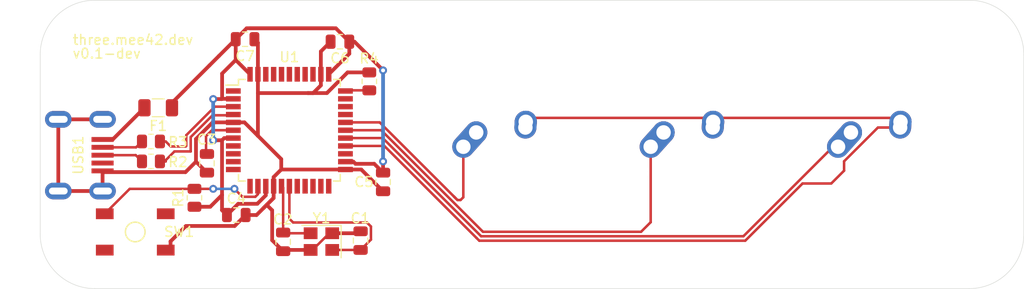
<source format=kicad_pcb>
(kicad_pcb (version 20171130) (host pcbnew "(5.1.9)-1")

  (general
    (thickness 1.6)
    (drawings 10)
    (tracks 187)
    (zones 0)
    (modules 19)
    (nets 40)
  )

  (page A4)
  (layers
    (0 F.Cu signal)
    (31 B.Cu signal)
    (32 B.Adhes user)
    (33 F.Adhes user)
    (34 B.Paste user)
    (35 F.Paste user)
    (36 B.SilkS user)
    (37 F.SilkS user)
    (38 B.Mask user)
    (39 F.Mask user)
    (40 Dwgs.User user)
    (41 Cmts.User user)
    (42 Eco1.User user)
    (43 Eco2.User user)
    (44 Edge.Cuts user)
    (45 Margin user)
    (46 B.CrtYd user)
    (47 F.CrtYd user)
    (48 B.Fab user)
    (49 F.Fab user)
  )

  (setup
    (last_trace_width 0.254)
    (trace_clearance 0.2)
    (zone_clearance 0.508)
    (zone_45_only no)
    (trace_min 0.2)
    (via_size 0.8)
    (via_drill 0.4)
    (via_min_size 0.4)
    (via_min_drill 0.3)
    (uvia_size 0.3)
    (uvia_drill 0.1)
    (uvias_allowed no)
    (uvia_min_size 0.2)
    (uvia_min_drill 0.1)
    (edge_width 0.05)
    (segment_width 0.2)
    (pcb_text_width 0.3)
    (pcb_text_size 1.5 1.5)
    (mod_edge_width 0.12)
    (mod_text_size 1 1)
    (mod_text_width 0.15)
    (pad_size 1.524 1.524)
    (pad_drill 0.762)
    (pad_to_mask_clearance 0)
    (aux_axis_origin 0 0)
    (visible_elements FFFFFF7F)
    (pcbplotparams
      (layerselection 0x010fc_ffffffff)
      (usegerberextensions false)
      (usegerberattributes true)
      (usegerberadvancedattributes true)
      (creategerberjobfile true)
      (excludeedgelayer true)
      (linewidth 0.100000)
      (plotframeref false)
      (viasonmask false)
      (mode 1)
      (useauxorigin false)
      (hpglpennumber 1)
      (hpglpenspeed 20)
      (hpglpendiameter 15.000000)
      (psnegative false)
      (psa4output false)
      (plotreference true)
      (plotvalue true)
      (plotinvisibletext false)
      (padsonsilk false)
      (subtractmaskfromsilk false)
      (outputformat 1)
      (mirror false)
      (drillshape 1)
      (scaleselection 1)
      (outputdirectory ""))
  )

  (net 0 "")
  (net 1 "Net-(C1-Pad2)")
  (net 2 GND)
  (net 3 "Net-(C2-Pad1)")
  (net 4 "Net-(C3-Pad1)")
  (net 5 +5V)
  (net 6 ROW0)
  (net 7 VCC)
  (net 8 COL0)
  (net 9 COL1)
  (net 10 COL2)
  (net 11 "Net-(R1-Pad2)")
  (net 12 D+)
  (net 13 "Net-(R2-Pad1)")
  (net 14 D-)
  (net 15 "Net-(R3-Pad1)")
  (net 16 "Net-(R4-Pad2)")
  (net 17 "Net-(U1-Pad42)")
  (net 18 "Net-(U1-Pad41)")
  (net 19 "Net-(U1-Pad40)")
  (net 20 "Net-(U1-Pad39)")
  (net 21 "Net-(U1-Pad38)")
  (net 22 "Net-(U1-Pad37)")
  (net 23 "Net-(U1-Pad36)")
  (net 24 "Net-(U1-Pad32)")
  (net 25 "Net-(U1-Pad31)")
  (net 26 "Net-(U1-Pad30)")
  (net 27 "Net-(U1-Pad25)")
  (net 28 "Net-(U1-Pad22)")
  (net 29 "Net-(U1-Pad21)")
  (net 30 "Net-(U1-Pad20)")
  (net 31 "Net-(U1-Pad19)")
  (net 32 "Net-(U1-Pad18)")
  (net 33 "Net-(U1-Pad12)")
  (net 34 "Net-(U1-Pad11)")
  (net 35 "Net-(U1-Pad10)")
  (net 36 "Net-(U1-Pad9)")
  (net 37 "Net-(U1-Pad8)")
  (net 38 "Net-(U1-Pad1)")
  (net 39 "Net-(USB1-Pad2)")

  (net_class Default "This is the default net class."
    (clearance 0.2)
    (trace_width 0.254)
    (via_dia 0.8)
    (via_drill 0.4)
    (uvia_dia 0.3)
    (uvia_drill 0.1)
    (add_net COL0)
    (add_net COL1)
    (add_net COL2)
    (add_net D+)
    (add_net D-)
    (add_net "Net-(C1-Pad2)")
    (add_net "Net-(C2-Pad1)")
    (add_net "Net-(C3-Pad1)")
    (add_net "Net-(R1-Pad2)")
    (add_net "Net-(R2-Pad1)")
    (add_net "Net-(R3-Pad1)")
    (add_net "Net-(R4-Pad2)")
    (add_net "Net-(U1-Pad1)")
    (add_net "Net-(U1-Pad10)")
    (add_net "Net-(U1-Pad11)")
    (add_net "Net-(U1-Pad12)")
    (add_net "Net-(U1-Pad18)")
    (add_net "Net-(U1-Pad19)")
    (add_net "Net-(U1-Pad20)")
    (add_net "Net-(U1-Pad21)")
    (add_net "Net-(U1-Pad22)")
    (add_net "Net-(U1-Pad25)")
    (add_net "Net-(U1-Pad30)")
    (add_net "Net-(U1-Pad31)")
    (add_net "Net-(U1-Pad32)")
    (add_net "Net-(U1-Pad36)")
    (add_net "Net-(U1-Pad37)")
    (add_net "Net-(U1-Pad38)")
    (add_net "Net-(U1-Pad39)")
    (add_net "Net-(U1-Pad40)")
    (add_net "Net-(U1-Pad41)")
    (add_net "Net-(U1-Pad42)")
    (add_net "Net-(U1-Pad8)")
    (add_net "Net-(U1-Pad9)")
    (add_net "Net-(USB1-Pad2)")
    (add_net ROW0)
  )

  (net_class Power ""
    (clearance 0.2)
    (trace_width 0.381)
    (via_dia 0.8)
    (via_drill 0.4)
    (uvia_dia 0.3)
    (uvia_drill 0.1)
    (add_net +5V)
    (add_net GND)
    (add_net VCC)
  )

  (module random-keyboard-parts:SKQG-1155865 (layer F.Cu) (tedit 6115F775) (tstamp 61166B4B)
    (at 24.74475 37.0925)
    (path /60FCF74A)
    (attr smd)
    (fp_text reference SW1 (at 4.46525 -0.0085) (layer F.SilkS)
      (effects (font (size 1 1) (thickness 0.15)))
    )
    (fp_text value SW_Push (at 0 -4.064) (layer F.Fab)
      (effects (font (size 1 1) (thickness 0.15)))
    )
    (fp_line (start -2.6 1.1) (end -1.1 2.6) (layer F.Fab) (width 0.15))
    (fp_line (start 2.6 1.1) (end 1.1 2.6) (layer F.Fab) (width 0.15))
    (fp_line (start 2.6 -1.1) (end 1.1 -2.6) (layer F.Fab) (width 0.15))
    (fp_line (start -2.6 -1.1) (end -1.1 -2.6) (layer F.Fab) (width 0.15))
    (fp_circle (center 0 0) (end 1 0) (layer F.Fab) (width 0.15))
    (fp_line (start -4.2 -1.1) (end -4.2 -2.6) (layer F.Fab) (width 0.15))
    (fp_line (start -2.6 -1.1) (end -4.2 -1.1) (layer F.Fab) (width 0.15))
    (fp_line (start -2.6 1.1) (end -2.6 -1.1) (layer F.Fab) (width 0.15))
    (fp_line (start -4.2 1.1) (end -2.6 1.1) (layer F.Fab) (width 0.15))
    (fp_line (start -4.2 2.6) (end -4.2 1.1) (layer F.Fab) (width 0.15))
    (fp_line (start 4.2 2.6) (end -4.2 2.6) (layer F.Fab) (width 0.15))
    (fp_line (start 4.2 1.1) (end 4.2 2.6) (layer F.Fab) (width 0.15))
    (fp_line (start 2.6 1.1) (end 4.2 1.1) (layer F.Fab) (width 0.15))
    (fp_line (start 2.6 -1.1) (end 2.6 1.1) (layer F.Fab) (width 0.15))
    (fp_line (start 4.2 -1.1) (end 2.6 -1.1) (layer F.Fab) (width 0.15))
    (fp_line (start 4.2 -2.6) (end 4.2 -1.2) (layer F.Fab) (width 0.15))
    (fp_line (start -4.2 -2.6) (end 4.2 -2.6) (layer F.Fab) (width 0.15))
    (fp_circle (center 0 0) (end 1 0) (layer F.SilkS) (width 0.15))
    (pad 4 smd rect (at -3.1 1.85) (size 1.8 1.1) (layers F.Cu F.Paste F.Mask))
    (pad 3 smd rect (at 3.1 -1.85) (size 1.8 1.1) (layers F.Cu F.Paste F.Mask))
    (pad 2 smd rect (at -3.1 -1.85) (size 1.8 1.1) (layers F.Cu F.Paste F.Mask)
      (net 11 "Net-(R1-Pad2)"))
    (pad 1 smd rect (at 3.1 1.85) (size 1.8 1.1) (layers F.Cu F.Paste F.Mask)
      (net 2 GND))
    (model ${KISYS3DMOD}/Button_Switch_SMD.3dshapes/SW_SPST_TL3342.step
      (at (xyz 0 0 0))
      (scale (xyz 1 1 1))
      (rotate (xyz 0 0 0))
    )
  )

  (module random-keyboard-parts:Molex-0548190589 (layer F.Cu) (tedit 6115F709) (tstamp 611596AA)
    (at 16.92275 29.2735)
    (path /60FDC1FF)
    (attr smd)
    (fp_text reference USB1 (at 2.032 0 90) (layer F.SilkS)
      (effects (font (size 1 1) (thickness 0.15)))
    )
    (fp_text value Molex-0548190589 (at -5.08 0 90) (layer Dwgs.User)
      (effects (font (size 1 1) (thickness 0.15)))
    )
    (fp_text user %R (at 2 0 90) (layer F.CrtYd)
      (effects (font (size 1 1) (thickness 0.15)))
    )
    (fp_line (start -3.75 -3.85) (end -3.75 3.85) (layer Dwgs.User) (width 0.15))
    (fp_line (start -1.75 -4.572) (end -1.75 4.572) (layer Dwgs.User) (width 0.15))
    (fp_line (start -3.75 3.85) (end 0 3.85) (layer Dwgs.User) (width 0.15))
    (fp_line (start -3.75 -3.85) (end 0 -3.85) (layer Dwgs.User) (width 0.15))
    (fp_line (start -3.75 -3.75) (end 5.5 -3.75) (layer F.CrtYd) (width 0.15))
    (fp_line (start 5.5 -3.75) (end 5.5 3.75) (layer F.CrtYd) (width 0.15))
    (fp_line (start 5.5 3.75) (end -3.75 3.75) (layer F.CrtYd) (width 0.15))
    (fp_line (start -3.75 3.75) (end -3.75 -3.75) (layer F.CrtYd) (width 0.15))
    (fp_line (start 5.5 -2) (end 3.25 -2) (layer F.CrtYd) (width 0.15))
    (fp_line (start 3.25 -2) (end 3.25 2) (layer F.CrtYd) (width 0.15))
    (fp_line (start 3.25 2) (end 5.5 2) (layer F.CrtYd) (width 0.15))
    (fp_line (start 5.5 1.25) (end 3.25 1.25) (layer F.CrtYd) (width 0.15))
    (fp_line (start 3.25 0.5) (end 5.5 0.5) (layer F.CrtYd) (width 0.15))
    (fp_line (start 5.5 -0.5) (end 3.25 -0.5) (layer F.CrtYd) (width 0.15))
    (fp_line (start 3.25 -1.25) (end 5.5 -1.25) (layer F.CrtYd) (width 0.15))
    (pad 6 thru_hole oval (at 0 -3.65) (size 2.7 1.7) (drill oval 1.9 0.7) (layers *.Cu *.Mask)
      (net 2 GND))
    (pad 6 thru_hole oval (at 0 3.65) (size 2.7 1.7) (drill oval 1.9 0.7) (layers *.Cu *.Mask)
      (net 2 GND))
    (pad 6 thru_hole oval (at 4.5 3.65) (size 2.7 1.7) (drill oval 1.9 0.7) (layers *.Cu *.Mask)
      (net 2 GND))
    (pad 6 thru_hole oval (at 4.5 -3.65) (size 2.7 1.7) (drill oval 1.9 0.7) (layers *.Cu *.Mask)
      (net 2 GND))
    (pad 5 smd rect (at 4.5 -1.6) (size 2.25 0.5) (layers F.Cu F.Paste F.Mask)
      (net 7 VCC))
    (pad 4 smd rect (at 4.5 -0.8) (size 2.25 0.5) (layers F.Cu F.Paste F.Mask)
      (net 14 D-))
    (pad 3 smd rect (at 4.5 0) (size 2.25 0.5) (layers F.Cu F.Paste F.Mask)
      (net 12 D+))
    (pad 2 smd rect (at 4.5 0.8) (size 2.25 0.5) (layers F.Cu F.Paste F.Mask)
      (net 39 "Net-(USB1-Pad2)"))
    (pad 1 smd rect (at 4.5 1.6) (size 2.25 0.5) (layers F.Cu F.Paste F.Mask)
      (net 2 GND))
  )

  (module Crystal:Crystal_SMD_3225-4Pin_3.2x2.5mm (layer F.Cu) (tedit 5A0FD1B2) (tstamp 61162647)
    (at 43.67675 38.0755 180)
    (descr "SMD Crystal SERIES SMD3225/4 http://www.txccrystal.com/images/pdf/7m-accuracy.pdf, 3.2x2.5mm^2 package")
    (tags "SMD SMT crystal")
    (path /60FC0B70)
    (attr smd)
    (fp_text reference Y1 (at -0.01125 2.3885) (layer F.SilkS)
      (effects (font (size 1 1) (thickness 0.15)))
    )
    (fp_text value Crystal_GND24_Small (at 0 2.45) (layer F.Fab)
      (effects (font (size 1 1) (thickness 0.15)))
    )
    (fp_text user %R (at 0 0) (layer F.Fab)
      (effects (font (size 0.7 0.7) (thickness 0.105)))
    )
    (fp_line (start -1.6 -1.25) (end -1.6 1.25) (layer F.Fab) (width 0.1))
    (fp_line (start -1.6 1.25) (end 1.6 1.25) (layer F.Fab) (width 0.1))
    (fp_line (start 1.6 1.25) (end 1.6 -1.25) (layer F.Fab) (width 0.1))
    (fp_line (start 1.6 -1.25) (end -1.6 -1.25) (layer F.Fab) (width 0.1))
    (fp_line (start -1.6 0.25) (end -0.6 1.25) (layer F.Fab) (width 0.1))
    (fp_line (start -2 -1.65) (end -2 1.65) (layer F.SilkS) (width 0.12))
    (fp_line (start -2 1.65) (end 2 1.65) (layer F.SilkS) (width 0.12))
    (fp_line (start -2.1 -1.7) (end -2.1 1.7) (layer F.CrtYd) (width 0.05))
    (fp_line (start -2.1 1.7) (end 2.1 1.7) (layer F.CrtYd) (width 0.05))
    (fp_line (start 2.1 1.7) (end 2.1 -1.7) (layer F.CrtYd) (width 0.05))
    (fp_line (start 2.1 -1.7) (end -2.1 -1.7) (layer F.CrtYd) (width 0.05))
    (pad 4 smd rect (at -1.1 -0.85 180) (size 1.4 1.2) (layers F.Cu F.Paste F.Mask)
      (net 1 "Net-(C1-Pad2)"))
    (pad 3 smd rect (at 1.1 -0.85 180) (size 1.4 1.2) (layers F.Cu F.Paste F.Mask)
      (net 2 GND))
    (pad 2 smd rect (at 1.1 0.85 180) (size 1.4 1.2) (layers F.Cu F.Paste F.Mask)
      (net 3 "Net-(C2-Pad1)"))
    (pad 1 smd rect (at -1.1 0.85 180) (size 1.4 1.2) (layers F.Cu F.Paste F.Mask)
      (net 2 GND))
    (model ${KISYS3DMOD}/Crystal.3dshapes/Crystal_SMD_3225-4Pin_3.2x2.5mm.wrl
      (at (xyz 0 0 0))
      (scale (xyz 1 1 1))
      (rotate (xyz 0 0 0))
    )
  )

  (module Package_QFP:TQFP-44_10x10mm_P0.8mm (layer F.Cu) (tedit 5A02F146) (tstamp 6115968A)
    (at 40.41775 26.7335)
    (descr "44-Lead Plastic Thin Quad Flatpack (PT) - 10x10x1.0 mm Body [TQFP] (see Microchip Packaging Specification 00000049BS.pdf)")
    (tags "QFP 0.8")
    (path /60F88758)
    (attr smd)
    (fp_text reference U1 (at 0 -7.45) (layer F.SilkS)
      (effects (font (size 1 1) (thickness 0.15)))
    )
    (fp_text value ATmega32U4-AU (at 0 7.45) (layer F.Fab)
      (effects (font (size 1 1) (thickness 0.15)))
    )
    (fp_text user %R (at 0 0) (layer F.Fab)
      (effects (font (size 1 1) (thickness 0.15)))
    )
    (fp_line (start -4 -5) (end 5 -5) (layer F.Fab) (width 0.15))
    (fp_line (start 5 -5) (end 5 5) (layer F.Fab) (width 0.15))
    (fp_line (start 5 5) (end -5 5) (layer F.Fab) (width 0.15))
    (fp_line (start -5 5) (end -5 -4) (layer F.Fab) (width 0.15))
    (fp_line (start -5 -4) (end -4 -5) (layer F.Fab) (width 0.15))
    (fp_line (start -6.7 -6.7) (end -6.7 6.7) (layer F.CrtYd) (width 0.05))
    (fp_line (start 6.7 -6.7) (end 6.7 6.7) (layer F.CrtYd) (width 0.05))
    (fp_line (start -6.7 -6.7) (end 6.7 -6.7) (layer F.CrtYd) (width 0.05))
    (fp_line (start -6.7 6.7) (end 6.7 6.7) (layer F.CrtYd) (width 0.05))
    (fp_line (start -5.175 -5.175) (end -5.175 -4.6) (layer F.SilkS) (width 0.15))
    (fp_line (start 5.175 -5.175) (end 5.175 -4.5) (layer F.SilkS) (width 0.15))
    (fp_line (start 5.175 5.175) (end 5.175 4.5) (layer F.SilkS) (width 0.15))
    (fp_line (start -5.175 5.175) (end -5.175 4.5) (layer F.SilkS) (width 0.15))
    (fp_line (start -5.175 -5.175) (end -4.5 -5.175) (layer F.SilkS) (width 0.15))
    (fp_line (start -5.175 5.175) (end -4.5 5.175) (layer F.SilkS) (width 0.15))
    (fp_line (start 5.175 5.175) (end 4.5 5.175) (layer F.SilkS) (width 0.15))
    (fp_line (start 5.175 -5.175) (end 4.5 -5.175) (layer F.SilkS) (width 0.15))
    (fp_line (start -5.175 -4.6) (end -6.45 -4.6) (layer F.SilkS) (width 0.15))
    (pad 44 smd rect (at -4 -5.7 90) (size 1.5 0.55) (layers F.Cu F.Paste F.Mask)
      (net 5 +5V))
    (pad 43 smd rect (at -3.2 -5.7 90) (size 1.5 0.55) (layers F.Cu F.Paste F.Mask)
      (net 2 GND))
    (pad 42 smd rect (at -2.4 -5.7 90) (size 1.5 0.55) (layers F.Cu F.Paste F.Mask)
      (net 17 "Net-(U1-Pad42)"))
    (pad 41 smd rect (at -1.6 -5.7 90) (size 1.5 0.55) (layers F.Cu F.Paste F.Mask)
      (net 18 "Net-(U1-Pad41)"))
    (pad 40 smd rect (at -0.8 -5.7 90) (size 1.5 0.55) (layers F.Cu F.Paste F.Mask)
      (net 19 "Net-(U1-Pad40)"))
    (pad 39 smd rect (at 0 -5.7 90) (size 1.5 0.55) (layers F.Cu F.Paste F.Mask)
      (net 20 "Net-(U1-Pad39)"))
    (pad 38 smd rect (at 0.8 -5.7 90) (size 1.5 0.55) (layers F.Cu F.Paste F.Mask)
      (net 21 "Net-(U1-Pad38)"))
    (pad 37 smd rect (at 1.6 -5.7 90) (size 1.5 0.55) (layers F.Cu F.Paste F.Mask)
      (net 22 "Net-(U1-Pad37)"))
    (pad 36 smd rect (at 2.4 -5.7 90) (size 1.5 0.55) (layers F.Cu F.Paste F.Mask)
      (net 23 "Net-(U1-Pad36)"))
    (pad 35 smd rect (at 3.2 -5.7 90) (size 1.5 0.55) (layers F.Cu F.Paste F.Mask)
      (net 2 GND))
    (pad 34 smd rect (at 4 -5.7 90) (size 1.5 0.55) (layers F.Cu F.Paste F.Mask)
      (net 5 +5V))
    (pad 33 smd rect (at 5.7 -4) (size 1.5 0.55) (layers F.Cu F.Paste F.Mask)
      (net 16 "Net-(R4-Pad2)"))
    (pad 32 smd rect (at 5.7 -3.2) (size 1.5 0.55) (layers F.Cu F.Paste F.Mask)
      (net 24 "Net-(U1-Pad32)"))
    (pad 31 smd rect (at 5.7 -2.4) (size 1.5 0.55) (layers F.Cu F.Paste F.Mask)
      (net 25 "Net-(U1-Pad31)"))
    (pad 30 smd rect (at 5.7 -1.6) (size 1.5 0.55) (layers F.Cu F.Paste F.Mask)
      (net 26 "Net-(U1-Pad30)"))
    (pad 29 smd rect (at 5.7 -0.8) (size 1.5 0.55) (layers F.Cu F.Paste F.Mask)
      (net 8 COL0))
    (pad 28 smd rect (at 5.7 0) (size 1.5 0.55) (layers F.Cu F.Paste F.Mask)
      (net 9 COL1))
    (pad 27 smd rect (at 5.7 0.8) (size 1.5 0.55) (layers F.Cu F.Paste F.Mask)
      (net 10 COL2))
    (pad 26 smd rect (at 5.7 1.6) (size 1.5 0.55) (layers F.Cu F.Paste F.Mask)
      (net 6 ROW0))
    (pad 25 smd rect (at 5.7 2.4) (size 1.5 0.55) (layers F.Cu F.Paste F.Mask)
      (net 27 "Net-(U1-Pad25)"))
    (pad 24 smd rect (at 5.7 3.2) (size 1.5 0.55) (layers F.Cu F.Paste F.Mask)
      (net 5 +5V))
    (pad 23 smd rect (at 5.7 4) (size 1.5 0.55) (layers F.Cu F.Paste F.Mask)
      (net 2 GND))
    (pad 22 smd rect (at 4 5.7 90) (size 1.5 0.55) (layers F.Cu F.Paste F.Mask)
      (net 28 "Net-(U1-Pad22)"))
    (pad 21 smd rect (at 3.2 5.7 90) (size 1.5 0.55) (layers F.Cu F.Paste F.Mask)
      (net 29 "Net-(U1-Pad21)"))
    (pad 20 smd rect (at 2.4 5.7 90) (size 1.5 0.55) (layers F.Cu F.Paste F.Mask)
      (net 30 "Net-(U1-Pad20)"))
    (pad 19 smd rect (at 1.6 5.7 90) (size 1.5 0.55) (layers F.Cu F.Paste F.Mask)
      (net 31 "Net-(U1-Pad19)"))
    (pad 18 smd rect (at 0.8 5.7 90) (size 1.5 0.55) (layers F.Cu F.Paste F.Mask)
      (net 32 "Net-(U1-Pad18)"))
    (pad 17 smd rect (at 0 5.7 90) (size 1.5 0.55) (layers F.Cu F.Paste F.Mask)
      (net 1 "Net-(C1-Pad2)"))
    (pad 16 smd rect (at -0.8 5.7 90) (size 1.5 0.55) (layers F.Cu F.Paste F.Mask)
      (net 3 "Net-(C2-Pad1)"))
    (pad 15 smd rect (at -1.6 5.7 90) (size 1.5 0.55) (layers F.Cu F.Paste F.Mask)
      (net 2 GND))
    (pad 14 smd rect (at -2.4 5.7 90) (size 1.5 0.55) (layers F.Cu F.Paste F.Mask)
      (net 5 +5V))
    (pad 13 smd rect (at -3.2 5.7 90) (size 1.5 0.55) (layers F.Cu F.Paste F.Mask)
      (net 11 "Net-(R1-Pad2)"))
    (pad 12 smd rect (at -4 5.7 90) (size 1.5 0.55) (layers F.Cu F.Paste F.Mask)
      (net 33 "Net-(U1-Pad12)"))
    (pad 11 smd rect (at -5.7 4) (size 1.5 0.55) (layers F.Cu F.Paste F.Mask)
      (net 34 "Net-(U1-Pad11)"))
    (pad 10 smd rect (at -5.7 3.2) (size 1.5 0.55) (layers F.Cu F.Paste F.Mask)
      (net 35 "Net-(U1-Pad10)"))
    (pad 9 smd rect (at -5.7 2.4) (size 1.5 0.55) (layers F.Cu F.Paste F.Mask)
      (net 36 "Net-(U1-Pad9)"))
    (pad 8 smd rect (at -5.7 1.6) (size 1.5 0.55) (layers F.Cu F.Paste F.Mask)
      (net 37 "Net-(U1-Pad8)"))
    (pad 7 smd rect (at -5.7 0.8) (size 1.5 0.55) (layers F.Cu F.Paste F.Mask)
      (net 5 +5V))
    (pad 6 smd rect (at -5.7 0) (size 1.5 0.55) (layers F.Cu F.Paste F.Mask)
      (net 4 "Net-(C3-Pad1)"))
    (pad 5 smd rect (at -5.7 -0.8) (size 1.5 0.55) (layers F.Cu F.Paste F.Mask)
      (net 2 GND))
    (pad 4 smd rect (at -5.7 -1.6) (size 1.5 0.55) (layers F.Cu F.Paste F.Mask)
      (net 13 "Net-(R2-Pad1)"))
    (pad 3 smd rect (at -5.7 -2.4) (size 1.5 0.55) (layers F.Cu F.Paste F.Mask)
      (net 15 "Net-(R3-Pad1)"))
    (pad 2 smd rect (at -5.7 -3.2) (size 1.5 0.55) (layers F.Cu F.Paste F.Mask)
      (net 5 +5V))
    (pad 1 smd rect (at -5.7 -4) (size 1.5 0.55) (layers F.Cu F.Paste F.Mask)
      (net 38 "Net-(U1-Pad1)"))
    (model ${KISYS3DMOD}/Package_QFP.3dshapes/TQFP-44_10x10mm_P0.8mm.wrl
      (at (xyz 0 0 0))
      (scale (xyz 1 1 1))
      (rotate (xyz 0 0 0))
    )
  )

  (module Resistor_SMD:R_0805_2012Metric (layer F.Cu) (tedit 5F68FEEE) (tstamp 61159629)
    (at 48.54575 21.757 270)
    (descr "Resistor SMD 0805 (2012 Metric), square (rectangular) end terminal, IPC_7351 nominal, (Body size source: IPC-SM-782 page 72, https://www.pcb-3d.com/wordpress/wp-content/uploads/ipc-sm-782a_amendment_1_and_2.pdf), generated with kicad-footprint-generator")
    (tags resistor)
    (path /60F92911)
    (attr smd)
    (fp_text reference R4 (at -2.326 0.03175 180) (layer F.SilkS)
      (effects (font (size 1 1) (thickness 0.15)))
    )
    (fp_text value 10k (at 0 1.65 90) (layer F.Fab)
      (effects (font (size 1 1) (thickness 0.15)))
    )
    (fp_text user %R (at 0 0 90) (layer F.Fab)
      (effects (font (size 0.5 0.5) (thickness 0.08)))
    )
    (fp_line (start -1 0.625) (end -1 -0.625) (layer F.Fab) (width 0.1))
    (fp_line (start -1 -0.625) (end 1 -0.625) (layer F.Fab) (width 0.1))
    (fp_line (start 1 -0.625) (end 1 0.625) (layer F.Fab) (width 0.1))
    (fp_line (start 1 0.625) (end -1 0.625) (layer F.Fab) (width 0.1))
    (fp_line (start -0.227064 -0.735) (end 0.227064 -0.735) (layer F.SilkS) (width 0.12))
    (fp_line (start -0.227064 0.735) (end 0.227064 0.735) (layer F.SilkS) (width 0.12))
    (fp_line (start -1.68 0.95) (end -1.68 -0.95) (layer F.CrtYd) (width 0.05))
    (fp_line (start -1.68 -0.95) (end 1.68 -0.95) (layer F.CrtYd) (width 0.05))
    (fp_line (start 1.68 -0.95) (end 1.68 0.95) (layer F.CrtYd) (width 0.05))
    (fp_line (start 1.68 0.95) (end -1.68 0.95) (layer F.CrtYd) (width 0.05))
    (pad 2 smd roundrect (at 0.9125 0 270) (size 1.025 1.4) (layers F.Cu F.Paste F.Mask) (roundrect_rratio 0.243902)
      (net 16 "Net-(R4-Pad2)"))
    (pad 1 smd roundrect (at -0.9125 0 270) (size 1.025 1.4) (layers F.Cu F.Paste F.Mask) (roundrect_rratio 0.243902)
      (net 2 GND))
    (model ${KISYS3DMOD}/Resistor_SMD.3dshapes/R_0805_2012Metric.wrl
      (at (xyz 0 0 0))
      (scale (xyz 1 1 1))
      (rotate (xyz 0 0 0))
    )
  )

  (module Resistor_SMD:R_0805_2012Metric (layer F.Cu) (tedit 5F68FEEE) (tstamp 61159618)
    (at 26.34425 27.8765 180)
    (descr "Resistor SMD 0805 (2012 Metric), square (rectangular) end terminal, IPC_7351 nominal, (Body size source: IPC-SM-782 page 72, https://www.pcb-3d.com/wordpress/wp-content/uploads/ipc-sm-782a_amendment_1_and_2.pdf), generated with kicad-footprint-generator")
    (tags resistor)
    (path /60F97A49)
    (attr smd)
    (fp_text reference R3 (at -2.73875 -0.0635) (layer F.SilkS)
      (effects (font (size 1 1) (thickness 0.15)))
    )
    (fp_text value 22 (at 0 1.65) (layer F.Fab)
      (effects (font (size 1 1) (thickness 0.15)))
    )
    (fp_text user %R (at 0 0) (layer F.Fab)
      (effects (font (size 0.5 0.5) (thickness 0.08)))
    )
    (fp_line (start -1 0.625) (end -1 -0.625) (layer F.Fab) (width 0.1))
    (fp_line (start -1 -0.625) (end 1 -0.625) (layer F.Fab) (width 0.1))
    (fp_line (start 1 -0.625) (end 1 0.625) (layer F.Fab) (width 0.1))
    (fp_line (start 1 0.625) (end -1 0.625) (layer F.Fab) (width 0.1))
    (fp_line (start -0.227064 -0.735) (end 0.227064 -0.735) (layer F.SilkS) (width 0.12))
    (fp_line (start -0.227064 0.735) (end 0.227064 0.735) (layer F.SilkS) (width 0.12))
    (fp_line (start -1.68 0.95) (end -1.68 -0.95) (layer F.CrtYd) (width 0.05))
    (fp_line (start -1.68 -0.95) (end 1.68 -0.95) (layer F.CrtYd) (width 0.05))
    (fp_line (start 1.68 -0.95) (end 1.68 0.95) (layer F.CrtYd) (width 0.05))
    (fp_line (start 1.68 0.95) (end -1.68 0.95) (layer F.CrtYd) (width 0.05))
    (pad 2 smd roundrect (at 0.9125 0 180) (size 1.025 1.4) (layers F.Cu F.Paste F.Mask) (roundrect_rratio 0.243902)
      (net 14 D-))
    (pad 1 smd roundrect (at -0.9125 0 180) (size 1.025 1.4) (layers F.Cu F.Paste F.Mask) (roundrect_rratio 0.243902)
      (net 15 "Net-(R3-Pad1)"))
    (model ${KISYS3DMOD}/Resistor_SMD.3dshapes/R_0805_2012Metric.wrl
      (at (xyz 0 0 0))
      (scale (xyz 1 1 1))
      (rotate (xyz 0 0 0))
    )
  )

  (module Resistor_SMD:R_0805_2012Metric (layer F.Cu) (tedit 5F68FEEE) (tstamp 61159607)
    (at 26.34425 29.9085 180)
    (descr "Resistor SMD 0805 (2012 Metric), square (rectangular) end terminal, IPC_7351 nominal, (Body size source: IPC-SM-782 page 72, https://www.pcb-3d.com/wordpress/wp-content/uploads/ipc-sm-782a_amendment_1_and_2.pdf), generated with kicad-footprint-generator")
    (tags resistor)
    (path /60F9672B)
    (attr smd)
    (fp_text reference R2 (at -2.73875 -0.0635) (layer F.SilkS)
      (effects (font (size 1 1) (thickness 0.15)))
    )
    (fp_text value 22 (at 0 1.65) (layer F.Fab)
      (effects (font (size 1 1) (thickness 0.15)))
    )
    (fp_text user %R (at 0 0) (layer F.Fab)
      (effects (font (size 0.5 0.5) (thickness 0.08)))
    )
    (fp_line (start -1 0.625) (end -1 -0.625) (layer F.Fab) (width 0.1))
    (fp_line (start -1 -0.625) (end 1 -0.625) (layer F.Fab) (width 0.1))
    (fp_line (start 1 -0.625) (end 1 0.625) (layer F.Fab) (width 0.1))
    (fp_line (start 1 0.625) (end -1 0.625) (layer F.Fab) (width 0.1))
    (fp_line (start -0.227064 -0.735) (end 0.227064 -0.735) (layer F.SilkS) (width 0.12))
    (fp_line (start -0.227064 0.735) (end 0.227064 0.735) (layer F.SilkS) (width 0.12))
    (fp_line (start -1.68 0.95) (end -1.68 -0.95) (layer F.CrtYd) (width 0.05))
    (fp_line (start -1.68 -0.95) (end 1.68 -0.95) (layer F.CrtYd) (width 0.05))
    (fp_line (start 1.68 -0.95) (end 1.68 0.95) (layer F.CrtYd) (width 0.05))
    (fp_line (start 1.68 0.95) (end -1.68 0.95) (layer F.CrtYd) (width 0.05))
    (pad 2 smd roundrect (at 0.9125 0 180) (size 1.025 1.4) (layers F.Cu F.Paste F.Mask) (roundrect_rratio 0.243902)
      (net 12 D+))
    (pad 1 smd roundrect (at -0.9125 0 180) (size 1.025 1.4) (layers F.Cu F.Paste F.Mask) (roundrect_rratio 0.243902)
      (net 13 "Net-(R2-Pad1)"))
    (model ${KISYS3DMOD}/Resistor_SMD.3dshapes/R_0805_2012Metric.wrl
      (at (xyz 0 0 0))
      (scale (xyz 1 1 1))
      (rotate (xyz 0 0 0))
    )
  )

  (module Resistor_SMD:R_0805_2012Metric (layer F.Cu) (tedit 5F68FEEE) (tstamp 6115D01A)
    (at 30.76575 33.615 90)
    (descr "Resistor SMD 0805 (2012 Metric), square (rectangular) end terminal, IPC_7351 nominal, (Body size source: IPC-SM-782 page 72, https://www.pcb-3d.com/wordpress/wp-content/uploads/ipc-sm-782a_amendment_1_and_2.pdf), generated with kicad-footprint-generator")
    (tags resistor)
    (path /60FD7931)
    (attr smd)
    (fp_text reference R1 (at 0 -1.65 90) (layer F.SilkS)
      (effects (font (size 1 1) (thickness 0.15)))
    )
    (fp_text value 10k (at 0 1.65 90) (layer F.Fab)
      (effects (font (size 1 1) (thickness 0.15)))
    )
    (fp_text user %R (at 0 0 90) (layer F.Fab)
      (effects (font (size 0.5 0.5) (thickness 0.08)))
    )
    (fp_line (start -1 0.625) (end -1 -0.625) (layer F.Fab) (width 0.1))
    (fp_line (start -1 -0.625) (end 1 -0.625) (layer F.Fab) (width 0.1))
    (fp_line (start 1 -0.625) (end 1 0.625) (layer F.Fab) (width 0.1))
    (fp_line (start 1 0.625) (end -1 0.625) (layer F.Fab) (width 0.1))
    (fp_line (start -0.227064 -0.735) (end 0.227064 -0.735) (layer F.SilkS) (width 0.12))
    (fp_line (start -0.227064 0.735) (end 0.227064 0.735) (layer F.SilkS) (width 0.12))
    (fp_line (start -1.68 0.95) (end -1.68 -0.95) (layer F.CrtYd) (width 0.05))
    (fp_line (start -1.68 -0.95) (end 1.68 -0.95) (layer F.CrtYd) (width 0.05))
    (fp_line (start 1.68 -0.95) (end 1.68 0.95) (layer F.CrtYd) (width 0.05))
    (fp_line (start 1.68 0.95) (end -1.68 0.95) (layer F.CrtYd) (width 0.05))
    (pad 2 smd roundrect (at 0.9125 0 90) (size 1.025 1.4) (layers F.Cu F.Paste F.Mask) (roundrect_rratio 0.243902)
      (net 11 "Net-(R1-Pad2)"))
    (pad 1 smd roundrect (at -0.9125 0 90) (size 1.025 1.4) (layers F.Cu F.Paste F.Mask) (roundrect_rratio 0.243902)
      (net 5 +5V))
    (model ${KISYS3DMOD}/Resistor_SMD.3dshapes/R_0805_2012Metric.wrl
      (at (xyz 0 0 0))
      (scale (xyz 1 1 1))
      (rotate (xyz 0 0 0))
    )
  )

  (module MX_Alps_Hybrid:MX-1U-NoLED (layer F.Cu) (tedit 5A9F5203) (tstamp 611595E5)
    (at 100.0125 30.95625)
    (path /6101868E)
    (fp_text reference MX3 (at 0 3.175) (layer Dwgs.User)
      (effects (font (size 1 1) (thickness 0.15)))
    )
    (fp_text value MX-NoLED (at 0 -7.9375) (layer Dwgs.User)
      (effects (font (size 1 1) (thickness 0.15)))
    )
    (fp_line (start 5 -7) (end 7 -7) (layer Dwgs.User) (width 0.15))
    (fp_line (start 7 -7) (end 7 -5) (layer Dwgs.User) (width 0.15))
    (fp_line (start 5 7) (end 7 7) (layer Dwgs.User) (width 0.15))
    (fp_line (start 7 7) (end 7 5) (layer Dwgs.User) (width 0.15))
    (fp_line (start -7 5) (end -7 7) (layer Dwgs.User) (width 0.15))
    (fp_line (start -7 7) (end -5 7) (layer Dwgs.User) (width 0.15))
    (fp_line (start -5 -7) (end -7 -7) (layer Dwgs.User) (width 0.15))
    (fp_line (start -7 -7) (end -7 -5) (layer Dwgs.User) (width 0.15))
    (fp_line (start -9.525 -9.525) (end 9.525 -9.525) (layer Dwgs.User) (width 0.15))
    (fp_line (start 9.525 -9.525) (end 9.525 9.525) (layer Dwgs.User) (width 0.15))
    (fp_line (start 9.525 9.525) (end -9.525 9.525) (layer Dwgs.User) (width 0.15))
    (fp_line (start -9.525 9.525) (end -9.525 -9.525) (layer Dwgs.User) (width 0.15))
    (pad "" np_thru_hole circle (at 5.08 0 48.0996) (size 1.75 1.75) (drill 1.75) (layers *.Cu *.Mask))
    (pad "" np_thru_hole circle (at -5.08 0 48.0996) (size 1.75 1.75) (drill 1.75) (layers *.Cu *.Mask))
    (pad 1 thru_hole circle (at -2.5 -4) (size 2.25 2.25) (drill 1.47) (layers *.Cu B.Mask)
      (net 10 COL2))
    (pad "" np_thru_hole circle (at 0 0) (size 3.9878 3.9878) (drill 3.9878) (layers *.Cu *.Mask))
    (pad 1 thru_hole oval (at -3.81 -2.54 48.0996) (size 4.211556 2.25) (drill 1.47 (offset 0.980778 0)) (layers *.Cu B.Mask)
      (net 10 COL2))
    (pad 2 thru_hole circle (at 2.54 -5.08) (size 2.25 2.25) (drill 1.47) (layers *.Cu B.Mask)
      (net 6 ROW0))
    (pad 2 thru_hole oval (at 2.5 -4.5 86.0548) (size 2.831378 2.25) (drill 1.47 (offset 0.290689 0)) (layers *.Cu B.Mask)
      (net 6 ROW0))
  )

  (module MX_Alps_Hybrid:MX-1U-NoLED (layer F.Cu) (tedit 5A9F5203) (tstamp 611595CE)
    (at 80.9625 30.95625)
    (path /60FF3944)
    (fp_text reference MX2 (at 0 3.175) (layer Dwgs.User)
      (effects (font (size 1 1) (thickness 0.15)))
    )
    (fp_text value MX-NoLED (at 0 -7.9375) (layer Dwgs.User)
      (effects (font (size 1 1) (thickness 0.15)))
    )
    (fp_line (start 5 -7) (end 7 -7) (layer Dwgs.User) (width 0.15))
    (fp_line (start 7 -7) (end 7 -5) (layer Dwgs.User) (width 0.15))
    (fp_line (start 5 7) (end 7 7) (layer Dwgs.User) (width 0.15))
    (fp_line (start 7 7) (end 7 5) (layer Dwgs.User) (width 0.15))
    (fp_line (start -7 5) (end -7 7) (layer Dwgs.User) (width 0.15))
    (fp_line (start -7 7) (end -5 7) (layer Dwgs.User) (width 0.15))
    (fp_line (start -5 -7) (end -7 -7) (layer Dwgs.User) (width 0.15))
    (fp_line (start -7 -7) (end -7 -5) (layer Dwgs.User) (width 0.15))
    (fp_line (start -9.525 -9.525) (end 9.525 -9.525) (layer Dwgs.User) (width 0.15))
    (fp_line (start 9.525 -9.525) (end 9.525 9.525) (layer Dwgs.User) (width 0.15))
    (fp_line (start 9.525 9.525) (end -9.525 9.525) (layer Dwgs.User) (width 0.15))
    (fp_line (start -9.525 9.525) (end -9.525 -9.525) (layer Dwgs.User) (width 0.15))
    (pad "" np_thru_hole circle (at 5.08 0 48.0996) (size 1.75 1.75) (drill 1.75) (layers *.Cu *.Mask))
    (pad "" np_thru_hole circle (at -5.08 0 48.0996) (size 1.75 1.75) (drill 1.75) (layers *.Cu *.Mask))
    (pad 1 thru_hole circle (at -2.5 -4) (size 2.25 2.25) (drill 1.47) (layers *.Cu B.Mask)
      (net 9 COL1))
    (pad "" np_thru_hole circle (at 0 0) (size 3.9878 3.9878) (drill 3.9878) (layers *.Cu *.Mask))
    (pad 1 thru_hole oval (at -3.81 -2.54 48.0996) (size 4.211556 2.25) (drill 1.47 (offset 0.980778 0)) (layers *.Cu B.Mask)
      (net 9 COL1))
    (pad 2 thru_hole circle (at 2.54 -5.08) (size 2.25 2.25) (drill 1.47) (layers *.Cu B.Mask)
      (net 6 ROW0))
    (pad 2 thru_hole oval (at 2.5 -4.5 86.0548) (size 2.831378 2.25) (drill 1.47 (offset 0.290689 0)) (layers *.Cu B.Mask)
      (net 6 ROW0))
  )

  (module MX_Alps_Hybrid:MX-1U-NoLED (layer F.Cu) (tedit 5A9F5203) (tstamp 611595B7)
    (at 61.9125 30.95625)
    (path /60FE7A33)
    (fp_text reference MX1 (at 0 3.175) (layer Dwgs.User)
      (effects (font (size 1 1) (thickness 0.15)))
    )
    (fp_text value MX-NoLED (at 0 -7.9375) (layer Dwgs.User)
      (effects (font (size 1 1) (thickness 0.15)))
    )
    (fp_line (start 5 -7) (end 7 -7) (layer Dwgs.User) (width 0.15))
    (fp_line (start 7 -7) (end 7 -5) (layer Dwgs.User) (width 0.15))
    (fp_line (start 5 7) (end 7 7) (layer Dwgs.User) (width 0.15))
    (fp_line (start 7 7) (end 7 5) (layer Dwgs.User) (width 0.15))
    (fp_line (start -7 5) (end -7 7) (layer Dwgs.User) (width 0.15))
    (fp_line (start -7 7) (end -5 7) (layer Dwgs.User) (width 0.15))
    (fp_line (start -5 -7) (end -7 -7) (layer Dwgs.User) (width 0.15))
    (fp_line (start -7 -7) (end -7 -5) (layer Dwgs.User) (width 0.15))
    (fp_line (start -9.525 -9.525) (end 9.525 -9.525) (layer Dwgs.User) (width 0.15))
    (fp_line (start 9.525 -9.525) (end 9.525 9.525) (layer Dwgs.User) (width 0.15))
    (fp_line (start 9.525 9.525) (end -9.525 9.525) (layer Dwgs.User) (width 0.15))
    (fp_line (start -9.525 9.525) (end -9.525 -9.525) (layer Dwgs.User) (width 0.15))
    (pad "" np_thru_hole circle (at 5.08 0 48.0996) (size 1.75 1.75) (drill 1.75) (layers *.Cu *.Mask))
    (pad "" np_thru_hole circle (at -5.08 0 48.0996) (size 1.75 1.75) (drill 1.75) (layers *.Cu *.Mask))
    (pad 1 thru_hole circle (at -2.5 -4) (size 2.25 2.25) (drill 1.47) (layers *.Cu B.Mask)
      (net 8 COL0))
    (pad "" np_thru_hole circle (at 0 0) (size 3.9878 3.9878) (drill 3.9878) (layers *.Cu *.Mask))
    (pad 1 thru_hole oval (at -3.81 -2.54 48.0996) (size 4.211556 2.25) (drill 1.47 (offset 0.980778 0)) (layers *.Cu B.Mask)
      (net 8 COL0))
    (pad 2 thru_hole circle (at 2.54 -5.08) (size 2.25 2.25) (drill 1.47) (layers *.Cu B.Mask)
      (net 6 ROW0))
    (pad 2 thru_hole oval (at 2.5 -4.5 86.0548) (size 2.831378 2.25) (drill 1.47 (offset 0.290689 0)) (layers *.Cu B.Mask)
      (net 6 ROW0))
  )

  (module Fuse:Fuse_1206_3216Metric (layer F.Cu) (tedit 5F68FEF1) (tstamp 611595A0)
    (at 27.07975 24.4475 180)
    (descr "Fuse SMD 1206 (3216 Metric), square (rectangular) end terminal, IPC_7351 nominal, (Body size source: http://www.tortai-tech.com/upload/download/2011102023233369053.pdf), generated with kicad-footprint-generator")
    (tags fuse)
    (path /60FDD7C3)
    (attr smd)
    (fp_text reference F1 (at 0 -1.8415) (layer F.SilkS)
      (effects (font (size 1 1) (thickness 0.15)))
    )
    (fp_text value 500mA (at 0 1.82) (layer F.Fab)
      (effects (font (size 1 1) (thickness 0.15)))
    )
    (fp_text user %R (at 0 0) (layer F.Fab)
      (effects (font (size 0.8 0.8) (thickness 0.12)))
    )
    (fp_line (start -1.6 0.8) (end -1.6 -0.8) (layer F.Fab) (width 0.1))
    (fp_line (start -1.6 -0.8) (end 1.6 -0.8) (layer F.Fab) (width 0.1))
    (fp_line (start 1.6 -0.8) (end 1.6 0.8) (layer F.Fab) (width 0.1))
    (fp_line (start 1.6 0.8) (end -1.6 0.8) (layer F.Fab) (width 0.1))
    (fp_line (start -0.602064 -0.91) (end 0.602064 -0.91) (layer F.SilkS) (width 0.12))
    (fp_line (start -0.602064 0.91) (end 0.602064 0.91) (layer F.SilkS) (width 0.12))
    (fp_line (start -2.28 1.12) (end -2.28 -1.12) (layer F.CrtYd) (width 0.05))
    (fp_line (start -2.28 -1.12) (end 2.28 -1.12) (layer F.CrtYd) (width 0.05))
    (fp_line (start 2.28 -1.12) (end 2.28 1.12) (layer F.CrtYd) (width 0.05))
    (fp_line (start 2.28 1.12) (end -2.28 1.12) (layer F.CrtYd) (width 0.05))
    (pad 2 smd roundrect (at 1.4 0 180) (size 1.25 1.75) (layers F.Cu F.Paste F.Mask) (roundrect_rratio 0.2)
      (net 7 VCC))
    (pad 1 smd roundrect (at -1.4 0 180) (size 1.25 1.75) (layers F.Cu F.Paste F.Mask) (roundrect_rratio 0.2)
      (net 5 +5V))
    (model ${KISYS3DMOD}/Fuse.3dshapes/Fuse_1206_3216Metric.wrl
      (at (xyz 0 0 0))
      (scale (xyz 1 1 1))
      (rotate (xyz 0 0 0))
    )
  )

  (module Capacitor_SMD:C_0805_2012Metric (layer F.Cu) (tedit 5F68FEEE) (tstamp 61159544)
    (at 35.91175 17.4625)
    (descr "Capacitor SMD 0805 (2012 Metric), square (rectangular) end terminal, IPC_7351 nominal, (Body size source: IPC-SM-782 page 76, https://www.pcb-3d.com/wordpress/wp-content/uploads/ipc-sm-782a_amendment_1_and_2.pdf, https://docs.google.com/spreadsheets/d/1BsfQQcO9C6DZCsRaXUlFlo91Tg2WpOkGARC1WS5S8t0/edit?usp=sharing), generated with kicad-footprint-generator")
    (tags capacitor)
    (path /60FAE3C4)
    (attr smd)
    (fp_text reference C7 (at 0 1.7145) (layer F.SilkS)
      (effects (font (size 1 1) (thickness 0.15)))
    )
    (fp_text value 10uF (at 0 1.68) (layer F.Fab)
      (effects (font (size 1 1) (thickness 0.15)))
    )
    (fp_text user %R (at 0 0) (layer F.Fab)
      (effects (font (size 0.5 0.5) (thickness 0.08)))
    )
    (fp_line (start -1 0.625) (end -1 -0.625) (layer F.Fab) (width 0.1))
    (fp_line (start -1 -0.625) (end 1 -0.625) (layer F.Fab) (width 0.1))
    (fp_line (start 1 -0.625) (end 1 0.625) (layer F.Fab) (width 0.1))
    (fp_line (start 1 0.625) (end -1 0.625) (layer F.Fab) (width 0.1))
    (fp_line (start -0.261252 -0.735) (end 0.261252 -0.735) (layer F.SilkS) (width 0.12))
    (fp_line (start -0.261252 0.735) (end 0.261252 0.735) (layer F.SilkS) (width 0.12))
    (fp_line (start -1.7 0.98) (end -1.7 -0.98) (layer F.CrtYd) (width 0.05))
    (fp_line (start -1.7 -0.98) (end 1.7 -0.98) (layer F.CrtYd) (width 0.05))
    (fp_line (start 1.7 -0.98) (end 1.7 0.98) (layer F.CrtYd) (width 0.05))
    (fp_line (start 1.7 0.98) (end -1.7 0.98) (layer F.CrtYd) (width 0.05))
    (pad 2 smd roundrect (at 0.95 0) (size 1 1.45) (layers F.Cu F.Paste F.Mask) (roundrect_rratio 0.25)
      (net 2 GND))
    (pad 1 smd roundrect (at -0.95 0) (size 1 1.45) (layers F.Cu F.Paste F.Mask) (roundrect_rratio 0.25)
      (net 5 +5V))
    (model ${KISYS3DMOD}/Capacitor_SMD.3dshapes/C_0805_2012Metric.wrl
      (at (xyz 0 0 0))
      (scale (xyz 1 1 1))
      (rotate (xyz 0 0 0))
    )
  )

  (module Capacitor_SMD:C_0805_2012Metric (layer F.Cu) (tedit 5F68FEEE) (tstamp 61159533)
    (at 45.55875 17.7165 180)
    (descr "Capacitor SMD 0805 (2012 Metric), square (rectangular) end terminal, IPC_7351 nominal, (Body size source: IPC-SM-782 page 76, https://www.pcb-3d.com/wordpress/wp-content/uploads/ipc-sm-782a_amendment_1_and_2.pdf, https://docs.google.com/spreadsheets/d/1BsfQQcO9C6DZCsRaXUlFlo91Tg2WpOkGARC1WS5S8t0/edit?usp=sharing), generated with kicad-footprint-generator")
    (tags capacitor)
    (path /60FAF7EF)
    (attr smd)
    (fp_text reference C6 (at 0 -1.68) (layer F.SilkS)
      (effects (font (size 1 1) (thickness 0.15)))
    )
    (fp_text value 0.1uF (at 0 1.68) (layer F.Fab)
      (effects (font (size 1 1) (thickness 0.15)))
    )
    (fp_text user %R (at 0 0) (layer F.Fab)
      (effects (font (size 0.5 0.5) (thickness 0.08)))
    )
    (fp_line (start -1 0.625) (end -1 -0.625) (layer F.Fab) (width 0.1))
    (fp_line (start -1 -0.625) (end 1 -0.625) (layer F.Fab) (width 0.1))
    (fp_line (start 1 -0.625) (end 1 0.625) (layer F.Fab) (width 0.1))
    (fp_line (start 1 0.625) (end -1 0.625) (layer F.Fab) (width 0.1))
    (fp_line (start -0.261252 -0.735) (end 0.261252 -0.735) (layer F.SilkS) (width 0.12))
    (fp_line (start -0.261252 0.735) (end 0.261252 0.735) (layer F.SilkS) (width 0.12))
    (fp_line (start -1.7 0.98) (end -1.7 -0.98) (layer F.CrtYd) (width 0.05))
    (fp_line (start -1.7 -0.98) (end 1.7 -0.98) (layer F.CrtYd) (width 0.05))
    (fp_line (start 1.7 -0.98) (end 1.7 0.98) (layer F.CrtYd) (width 0.05))
    (fp_line (start 1.7 0.98) (end -1.7 0.98) (layer F.CrtYd) (width 0.05))
    (pad 2 smd roundrect (at 0.95 0 180) (size 1 1.45) (layers F.Cu F.Paste F.Mask) (roundrect_rratio 0.25)
      (net 2 GND))
    (pad 1 smd roundrect (at -0.95 0 180) (size 1 1.45) (layers F.Cu F.Paste F.Mask) (roundrect_rratio 0.25)
      (net 5 +5V))
    (model ${KISYS3DMOD}/Capacitor_SMD.3dshapes/C_0805_2012Metric.wrl
      (at (xyz 0 0 0))
      (scale (xyz 1 1 1))
      (rotate (xyz 0 0 0))
    )
  )

  (module Capacitor_SMD:C_0805_2012Metric (layer F.Cu) (tedit 5F68FEEE) (tstamp 61159522)
    (at 49.94275 32.0015 270)
    (descr "Capacitor SMD 0805 (2012 Metric), square (rectangular) end terminal, IPC_7351 nominal, (Body size source: IPC-SM-782 page 76, https://www.pcb-3d.com/wordpress/wp-content/uploads/ipc-sm-782a_amendment_1_and_2.pdf, https://docs.google.com/spreadsheets/d/1BsfQQcO9C6DZCsRaXUlFlo91Tg2WpOkGARC1WS5S8t0/edit?usp=sharing), generated with kicad-footprint-generator")
    (tags capacitor)
    (path /60FB04BC)
    (attr smd)
    (fp_text reference C5 (at 0.0025 1.93675 180) (layer F.SilkS)
      (effects (font (size 1 1) (thickness 0.15)))
    )
    (fp_text value 0.1uF (at 0 1.68 90) (layer F.Fab)
      (effects (font (size 1 1) (thickness 0.15)))
    )
    (fp_text user %R (at 0 0 90) (layer F.Fab)
      (effects (font (size 0.5 0.5) (thickness 0.08)))
    )
    (fp_line (start -1 0.625) (end -1 -0.625) (layer F.Fab) (width 0.1))
    (fp_line (start -1 -0.625) (end 1 -0.625) (layer F.Fab) (width 0.1))
    (fp_line (start 1 -0.625) (end 1 0.625) (layer F.Fab) (width 0.1))
    (fp_line (start 1 0.625) (end -1 0.625) (layer F.Fab) (width 0.1))
    (fp_line (start -0.261252 -0.735) (end 0.261252 -0.735) (layer F.SilkS) (width 0.12))
    (fp_line (start -0.261252 0.735) (end 0.261252 0.735) (layer F.SilkS) (width 0.12))
    (fp_line (start -1.7 0.98) (end -1.7 -0.98) (layer F.CrtYd) (width 0.05))
    (fp_line (start -1.7 -0.98) (end 1.7 -0.98) (layer F.CrtYd) (width 0.05))
    (fp_line (start 1.7 -0.98) (end 1.7 0.98) (layer F.CrtYd) (width 0.05))
    (fp_line (start 1.7 0.98) (end -1.7 0.98) (layer F.CrtYd) (width 0.05))
    (pad 2 smd roundrect (at 0.95 0 270) (size 1 1.45) (layers F.Cu F.Paste F.Mask) (roundrect_rratio 0.25)
      (net 2 GND))
    (pad 1 smd roundrect (at -0.95 0 270) (size 1 1.45) (layers F.Cu F.Paste F.Mask) (roundrect_rratio 0.25)
      (net 5 +5V))
    (model ${KISYS3DMOD}/Capacitor_SMD.3dshapes/C_0805_2012Metric.wrl
      (at (xyz 0 0 0))
      (scale (xyz 1 1 1))
      (rotate (xyz 0 0 0))
    )
  )

  (module Capacitor_SMD:C_0805_2012Metric (layer F.Cu) (tedit 5F68FEEE) (tstamp 61159511)
    (at 35.01775 35.3695)
    (descr "Capacitor SMD 0805 (2012 Metric), square (rectangular) end terminal, IPC_7351 nominal, (Body size source: IPC-SM-782 page 76, https://www.pcb-3d.com/wordpress/wp-content/uploads/ipc-sm-782a_amendment_1_and_2.pdf, https://docs.google.com/spreadsheets/d/1BsfQQcO9C6DZCsRaXUlFlo91Tg2WpOkGARC1WS5S8t0/edit?usp=sharing), generated with kicad-footprint-generator")
    (tags capacitor)
    (path /60FB0C87)
    (attr smd)
    (fp_text reference C4 (at 0 -1.68) (layer F.SilkS)
      (effects (font (size 1 1) (thickness 0.15)))
    )
    (fp_text value 0.1uF (at 0 1.68) (layer F.Fab)
      (effects (font (size 1 1) (thickness 0.15)))
    )
    (fp_text user %R (at 0 0) (layer F.Fab)
      (effects (font (size 0.5 0.5) (thickness 0.08)))
    )
    (fp_line (start -1 0.625) (end -1 -0.625) (layer F.Fab) (width 0.1))
    (fp_line (start -1 -0.625) (end 1 -0.625) (layer F.Fab) (width 0.1))
    (fp_line (start 1 -0.625) (end 1 0.625) (layer F.Fab) (width 0.1))
    (fp_line (start 1 0.625) (end -1 0.625) (layer F.Fab) (width 0.1))
    (fp_line (start -0.261252 -0.735) (end 0.261252 -0.735) (layer F.SilkS) (width 0.12))
    (fp_line (start -0.261252 0.735) (end 0.261252 0.735) (layer F.SilkS) (width 0.12))
    (fp_line (start -1.7 0.98) (end -1.7 -0.98) (layer F.CrtYd) (width 0.05))
    (fp_line (start -1.7 -0.98) (end 1.7 -0.98) (layer F.CrtYd) (width 0.05))
    (fp_line (start 1.7 -0.98) (end 1.7 0.98) (layer F.CrtYd) (width 0.05))
    (fp_line (start 1.7 0.98) (end -1.7 0.98) (layer F.CrtYd) (width 0.05))
    (pad 2 smd roundrect (at 0.95 0) (size 1 1.45) (layers F.Cu F.Paste F.Mask) (roundrect_rratio 0.25)
      (net 2 GND))
    (pad 1 smd roundrect (at -0.95 0) (size 1 1.45) (layers F.Cu F.Paste F.Mask) (roundrect_rratio 0.25)
      (net 5 +5V))
    (model ${KISYS3DMOD}/Capacitor_SMD.3dshapes/C_0805_2012Metric.wrl
      (at (xyz 0 0 0))
      (scale (xyz 1 1 1))
      (rotate (xyz 0 0 0))
    )
  )

  (module Capacitor_SMD:C_0805_2012Metric (layer F.Cu) (tedit 5F68FEEE) (tstamp 61159500)
    (at 32.03575 30.1015 270)
    (descr "Capacitor SMD 0805 (2012 Metric), square (rectangular) end terminal, IPC_7351 nominal, (Body size source: IPC-SM-782 page 76, https://www.pcb-3d.com/wordpress/wp-content/uploads/ipc-sm-782a_amendment_1_and_2.pdf, https://docs.google.com/spreadsheets/d/1BsfQQcO9C6DZCsRaXUlFlo91Tg2WpOkGARC1WS5S8t0/edit?usp=sharing), generated with kicad-footprint-generator")
    (tags capacitor)
    (path /60FA6C04)
    (attr smd)
    (fp_text reference C3 (at -2.4155 0.03175 180) (layer F.SilkS)
      (effects (font (size 1 1) (thickness 0.15)))
    )
    (fp_text value 1uF (at 0 1.68 90) (layer F.Fab)
      (effects (font (size 1 1) (thickness 0.15)))
    )
    (fp_text user %R (at 0 0 90) (layer F.Fab)
      (effects (font (size 0.5 0.5) (thickness 0.08)))
    )
    (fp_line (start -1 0.625) (end -1 -0.625) (layer F.Fab) (width 0.1))
    (fp_line (start -1 -0.625) (end 1 -0.625) (layer F.Fab) (width 0.1))
    (fp_line (start 1 -0.625) (end 1 0.625) (layer F.Fab) (width 0.1))
    (fp_line (start 1 0.625) (end -1 0.625) (layer F.Fab) (width 0.1))
    (fp_line (start -0.261252 -0.735) (end 0.261252 -0.735) (layer F.SilkS) (width 0.12))
    (fp_line (start -0.261252 0.735) (end 0.261252 0.735) (layer F.SilkS) (width 0.12))
    (fp_line (start -1.7 0.98) (end -1.7 -0.98) (layer F.CrtYd) (width 0.05))
    (fp_line (start -1.7 -0.98) (end 1.7 -0.98) (layer F.CrtYd) (width 0.05))
    (fp_line (start 1.7 -0.98) (end 1.7 0.98) (layer F.CrtYd) (width 0.05))
    (fp_line (start 1.7 0.98) (end -1.7 0.98) (layer F.CrtYd) (width 0.05))
    (pad 2 smd roundrect (at 0.95 0 270) (size 1 1.45) (layers F.Cu F.Paste F.Mask) (roundrect_rratio 0.25)
      (net 2 GND))
    (pad 1 smd roundrect (at -0.95 0 270) (size 1 1.45) (layers F.Cu F.Paste F.Mask) (roundrect_rratio 0.25)
      (net 4 "Net-(C3-Pad1)"))
    (model ${KISYS3DMOD}/Capacitor_SMD.3dshapes/C_0805_2012Metric.wrl
      (at (xyz 0 0 0))
      (scale (xyz 1 1 1))
      (rotate (xyz 0 0 0))
    )
  )

  (module Capacitor_SMD:C_0805_2012Metric (layer F.Cu) (tedit 5F68FEEE) (tstamp 61162614)
    (at 39.78275 38.1025 270)
    (descr "Capacitor SMD 0805 (2012 Metric), square (rectangular) end terminal, IPC_7351 nominal, (Body size source: IPC-SM-782 page 76, https://www.pcb-3d.com/wordpress/wp-content/uploads/ipc-sm-782a_amendment_1_and_2.pdf, https://docs.google.com/spreadsheets/d/1BsfQQcO9C6DZCsRaXUlFlo91Tg2WpOkGARC1WS5S8t0/edit?usp=sharing), generated with kicad-footprint-generator")
    (tags capacitor)
    (path /60FC77D1)
    (attr smd)
    (fp_text reference C2 (at -2.2885 0.03175 180) (layer F.SilkS)
      (effects (font (size 1 1) (thickness 0.15)))
    )
    (fp_text value 22pF (at 0 1.68 90) (layer F.Fab)
      (effects (font (size 1 1) (thickness 0.15)))
    )
    (fp_text user %R (at 0 0 90) (layer F.Fab)
      (effects (font (size 0.5 0.5) (thickness 0.08)))
    )
    (fp_line (start -1 0.625) (end -1 -0.625) (layer F.Fab) (width 0.1))
    (fp_line (start -1 -0.625) (end 1 -0.625) (layer F.Fab) (width 0.1))
    (fp_line (start 1 -0.625) (end 1 0.625) (layer F.Fab) (width 0.1))
    (fp_line (start 1 0.625) (end -1 0.625) (layer F.Fab) (width 0.1))
    (fp_line (start -0.261252 -0.735) (end 0.261252 -0.735) (layer F.SilkS) (width 0.12))
    (fp_line (start -0.261252 0.735) (end 0.261252 0.735) (layer F.SilkS) (width 0.12))
    (fp_line (start -1.7 0.98) (end -1.7 -0.98) (layer F.CrtYd) (width 0.05))
    (fp_line (start -1.7 -0.98) (end 1.7 -0.98) (layer F.CrtYd) (width 0.05))
    (fp_line (start 1.7 -0.98) (end 1.7 0.98) (layer F.CrtYd) (width 0.05))
    (fp_line (start 1.7 0.98) (end -1.7 0.98) (layer F.CrtYd) (width 0.05))
    (pad 2 smd roundrect (at 0.95 0 270) (size 1 1.45) (layers F.Cu F.Paste F.Mask) (roundrect_rratio 0.25)
      (net 2 GND))
    (pad 1 smd roundrect (at -0.95 0 270) (size 1 1.45) (layers F.Cu F.Paste F.Mask) (roundrect_rratio 0.25)
      (net 3 "Net-(C2-Pad1)"))
    (model ${KISYS3DMOD}/Capacitor_SMD.3dshapes/C_0805_2012Metric.wrl
      (at (xyz 0 0 0))
      (scale (xyz 1 1 1))
      (rotate (xyz 0 0 0))
    )
  )

  (module Capacitor_SMD:C_0805_2012Metric (layer F.Cu) (tedit 5F68FEEE) (tstamp 6116267D)
    (at 47.65675 37.9755 270)
    (descr "Capacitor SMD 0805 (2012 Metric), square (rectangular) end terminal, IPC_7351 nominal, (Body size source: IPC-SM-782 page 76, https://www.pcb-3d.com/wordpress/wp-content/uploads/ipc-sm-782a_amendment_1_and_2.pdf, https://docs.google.com/spreadsheets/d/1BsfQQcO9C6DZCsRaXUlFlo91Tg2WpOkGARC1WS5S8t0/edit?usp=sharing), generated with kicad-footprint-generator")
    (tags capacitor)
    (path /60FC4E78)
    (attr smd)
    (fp_text reference C1 (at -2.2885 0.03175 180) (layer F.SilkS)
      (effects (font (size 1 1) (thickness 0.15)))
    )
    (fp_text value 22pF (at 0 1.68 90) (layer F.Fab)
      (effects (font (size 1 1) (thickness 0.15)))
    )
    (fp_text user %R (at 0 0 90) (layer F.Fab)
      (effects (font (size 0.5 0.5) (thickness 0.08)))
    )
    (fp_line (start -1 0.625) (end -1 -0.625) (layer F.Fab) (width 0.1))
    (fp_line (start -1 -0.625) (end 1 -0.625) (layer F.Fab) (width 0.1))
    (fp_line (start 1 -0.625) (end 1 0.625) (layer F.Fab) (width 0.1))
    (fp_line (start 1 0.625) (end -1 0.625) (layer F.Fab) (width 0.1))
    (fp_line (start -0.261252 -0.735) (end 0.261252 -0.735) (layer F.SilkS) (width 0.12))
    (fp_line (start -0.261252 0.735) (end 0.261252 0.735) (layer F.SilkS) (width 0.12))
    (fp_line (start -1.7 0.98) (end -1.7 -0.98) (layer F.CrtYd) (width 0.05))
    (fp_line (start -1.7 -0.98) (end 1.7 -0.98) (layer F.CrtYd) (width 0.05))
    (fp_line (start 1.7 -0.98) (end 1.7 0.98) (layer F.CrtYd) (width 0.05))
    (fp_line (start 1.7 0.98) (end -1.7 0.98) (layer F.CrtYd) (width 0.05))
    (pad 2 smd roundrect (at 0.95 0 270) (size 1 1.45) (layers F.Cu F.Paste F.Mask) (roundrect_rratio 0.25)
      (net 1 "Net-(C1-Pad2)"))
    (pad 1 smd roundrect (at -0.95 0 270) (size 1 1.45) (layers F.Cu F.Paste F.Mask) (roundrect_rratio 0.25)
      (net 2 GND))
    (model ${KISYS3DMOD}/Capacitor_SMD.3dshapes/C_0805_2012Metric.wrl
      (at (xyz 0 0 0))
      (scale (xyz 1 1 1))
      (rotate (xyz 0 0 0))
    )
  )

  (gr_text v0.1-dev (at 21.844 18.923) (layer F.SilkS)
    (effects (font (size 1 1) (thickness 0.15)))
  )
  (gr_text three.mee42.dev (at 24.511 17.526) (layer F.SilkS)
    (effects (font (size 1 1) (thickness 0.15)))
  )
  (gr_line (start 115.09375 19.05) (end 115.09375 37.30625) (layer Edge.Cuts) (width 0.05) (tstamp 6116647D))
  (gr_line (start 15.08125 19.05) (end 15.08125 37.30625) (layer Edge.Cuts) (width 0.05) (tstamp 6116647B))
  (gr_line (start 20.6375 42.8625) (end 109.5375 42.8625) (layer Edge.Cuts) (width 0.05) (tstamp 61165F12))
  (gr_line (start 109.5375 13.49375) (end 20.6375 13.49375) (layer Edge.Cuts) (width 0.05) (tstamp 61165F10))
  (gr_arc (start 109.5375 37.30625) (end 109.5375 42.8625) (angle -90) (layer Edge.Cuts) (width 0.05))
  (gr_arc (start 20.6375 37.30625) (end 15.08125 37.30625) (angle -90) (layer Edge.Cuts) (width 0.05))
  (gr_arc (start 20.6375 19.05) (end 20.6375 13.49375) (angle -90) (layer Edge.Cuts) (width 0.05))
  (gr_arc (start 109.5375 19.05) (end 115.09375 19.05) (angle -90) (layer Edge.Cuts) (width 0.05))

  (segment (start 44.77675 38.9255) (end 47.65675 38.9255) (width 0.254) (layer F.Cu) (net 1))
  (segment (start 40.41775 33.247102) (end 40.41775 32.4335) (width 0.254) (layer F.Cu) (net 1))
  (segment (start 40.41775 35.7505) (end 40.41775 32.4335) (width 0.254) (layer F.Cu) (net 1))
  (segment (start 40.79875 36.1315) (end 40.41775 35.7505) (width 0.254) (layer F.Cu) (net 1))
  (segment (start 48.303768 36.1315) (end 40.79875 36.1315) (width 0.254) (layer F.Cu) (net 1))
  (segment (start 48.70876 36.536492) (end 48.303768 36.1315) (width 0.254) (layer F.Cu) (net 1))
  (segment (start 48.70876 37.87349) (end 48.70876 36.536492) (width 0.254) (layer F.Cu) (net 1))
  (segment (start 47.65675 38.9255) (end 48.70876 37.87349) (width 0.254) (layer F.Cu) (net 1))
  (segment (start 37.21775 17.8185) (end 37.21775 21.0335) (width 0.381) (layer F.Cu) (net 2))
  (segment (start 36.86175 17.4625) (end 37.21775 17.8185) (width 0.381) (layer F.Cu) (net 2))
  (segment (start 43.61775 18.7075) (end 43.61775 21.0335) (width 0.381) (layer F.Cu) (net 2))
  (segment (start 44.60875 17.7165) (end 43.61775 18.7075) (width 0.381) (layer F.Cu) (net 2))
  (segment (start 38.81775 33.6304) (end 38.81775 32.4335) (width 0.381) (layer F.Cu) (net 2))
  (segment (start 37.07865 35.3695) (end 38.81775 33.6304) (width 0.381) (layer F.Cu) (net 2))
  (segment (start 35.96775 35.3695) (end 37.07865 35.3695) (width 0.381) (layer F.Cu) (net 2))
  (segment (start 39.589848 30.7335) (end 46.11775 30.7335) (width 0.381) (layer F.Cu) (net 2))
  (segment (start 38.81775 31.505598) (end 39.589848 30.7335) (width 0.381) (layer F.Cu) (net 2))
  (segment (start 38.81775 32.4335) (end 38.81775 31.505598) (width 0.381) (layer F.Cu) (net 2))
  (segment (start 39.589848 29.674598) (end 39.589848 30.7335) (width 0.381) (layer F.Cu) (net 2))
  (segment (start 34.71775 25.9335) (end 35.84875 25.9335) (width 0.381) (layer F.Cu) (net 2))
  (segment (start 37.21775 27.2665) (end 37.19975 27.2845) (width 0.381) (layer F.Cu) (net 2))
  (segment (start 37.19975 27.2845) (end 39.589848 29.674598) (width 0.381) (layer F.Cu) (net 2))
  (segment (start 35.84875 25.9335) (end 37.19975 27.2845) (width 0.381) (layer F.Cu) (net 2))
  (segment (start 43.61775 22.1645) (end 42.83375 22.9485) (width 0.381) (layer F.Cu) (net 2))
  (segment (start 43.61775 21.0335) (end 43.61775 22.1645) (width 0.381) (layer F.Cu) (net 2))
  (segment (start 37.21775 22.9485) (end 37.21775 27.2665) (width 0.381) (layer F.Cu) (net 2))
  (segment (start 37.21775 21.0335) (end 37.21775 22.9485) (width 0.381) (layer F.Cu) (net 2))
  (segment (start 44.473848 37.2255) (end 44.77675 37.2255) (width 0.2) (layer F.Cu) (net 2) (tstamp 611625FC))
  (segment (start 42.773848 38.9255) (end 44.473848 37.2255) (width 0.254) (layer F.Cu) (net 2) (tstamp 611625F9))
  (segment (start 42.57675 38.9255) (end 42.773848 38.9255) (width 0.2) (layer F.Cu) (net 2) (tstamp 611625F6))
  (segment (start 44.97675 37.0255) (end 44.77675 37.2255) (width 0.381) (layer F.Cu) (net 2) (tstamp 611625F3))
  (segment (start 39.90975 38.9255) (end 39.78275 39.0525) (width 0.381) (layer F.Cu) (net 2) (tstamp 61162602))
  (segment (start 42.57675 38.9255) (end 39.90975 38.9255) (width 0.381) (layer F.Cu) (net 2) (tstamp 611625FF))
  (segment (start 47.45675 37.2255) (end 47.65675 37.0255) (width 0.381) (layer F.Cu) (net 2))
  (segment (start 44.77675 37.2255) (end 47.45675 37.2255) (width 0.381) (layer F.Cu) (net 2))
  (segment (start 38.66724 34.88899) (end 38.1132 34.33495) (width 0.381) (layer F.Cu) (net 2))
  (segment (start 38.66724 37.93699) (end 38.66724 34.88899) (width 0.381) (layer F.Cu) (net 2))
  (segment (start 39.78275 39.0525) (end 38.66724 37.93699) (width 0.381) (layer F.Cu) (net 2))
  (segment (start 38.1132 34.33495) (end 37.77824 34.66991) (width 0.381) (layer F.Cu) (net 2))
  (segment (start 38.81775 33.6304) (end 38.1132 34.33495) (width 0.381) (layer F.Cu) (net 2))
  (segment (start 32.611881 25.9335) (end 34.71775 25.9335) (width 0.381) (layer F.Cu) (net 2))
  (segment (start 30.92024 27.625141) (end 32.611881 25.9335) (width 0.381) (layer F.Cu) (net 2))
  (segment (start 30.92024 29.93599) (end 30.92024 27.625141) (width 0.381) (layer F.Cu) (net 2))
  (segment (start 32.03575 31.0515) (end 30.92024 29.93599) (width 0.381) (layer F.Cu) (net 2))
  (segment (start 29.85722 30.99901) (end 30.92024 29.93599) (width 0.381) (layer F.Cu) (net 2))
  (segment (start 21.54826 30.99901) (end 29.85722 30.99901) (width 0.381) (layer F.Cu) (net 2))
  (segment (start 21.42275 30.8735) (end 21.54826 30.99901) (width 0.381) (layer F.Cu) (net 2))
  (segment (start 27.84475 38.9425) (end 28.33575 38.9425) (width 0.381) (layer F.Cu) (net 2))
  (segment (start 28.33575 38.9425) (end 28.33575 38.0535) (width 0.381) (layer F.Cu) (net 2))
  (segment (start 34.85224 36.48501) (end 35.96775 35.3695) (width 0.381) (layer F.Cu) (net 2))
  (segment (start 29.90424 36.48501) (end 34.85224 36.48501) (width 0.381) (layer F.Cu) (net 2))
  (segment (start 28.33575 38.0535) (end 29.90424 36.48501) (width 0.381) (layer F.Cu) (net 2))
  (segment (start 44.230652 22.9485) (end 42.29775 22.9485) (width 0.381) (layer F.Cu) (net 2))
  (segment (start 46.334652 20.8445) (end 44.230652 22.9485) (width 0.381) (layer F.Cu) (net 2))
  (segment (start 48.54575 20.8445) (end 46.334652 20.8445) (width 0.381) (layer F.Cu) (net 2))
  (segment (start 42.29775 22.9485) (end 37.21775 22.9485) (width 0.381) (layer F.Cu) (net 2))
  (segment (start 42.83375 22.9485) (end 42.29775 22.9485) (width 0.381) (layer F.Cu) (net 2))
  (segment (start 47.72475 30.7335) (end 49.94275 32.9515) (width 0.381) (layer F.Cu) (net 2))
  (segment (start 46.11775 30.7335) (end 47.72475 30.7335) (width 0.381) (layer F.Cu) (net 2))
  (segment (start 21.42275 30.8735) (end 21.42275 32.9235) (width 0.381) (layer F.Cu) (net 2))
  (segment (start 21.42275 25.6235) (end 16.92275 25.6235) (width 0.381) (layer F.Cu) (net 2))
  (segment (start 16.92275 25.6235) (end 16.92275 32.9235) (width 0.381) (layer F.Cu) (net 2))
  (segment (start 16.92275 32.9235) (end 21.42275 32.9235) (width 0.381) (layer F.Cu) (net 2))
  (segment (start 39.85575 37.2255) (end 39.78275 37.1525) (width 0.254) (layer F.Cu) (net 3) (tstamp 611625F0))
  (segment (start 42.57675 37.2255) (end 39.85575 37.2255) (width 0.254) (layer F.Cu) (net 3) (tstamp 611625ED))
  (segment (start 39.78275 32.5985) (end 39.61775 32.4335) (width 0.254) (layer F.Cu) (net 3))
  (segment (start 39.78275 37.1525) (end 39.78275 32.5985) (width 0.254) (layer F.Cu) (net 3))
  (segment (start 32.54375 26.7335) (end 34.71775 26.7335) (width 0.254) (layer F.Cu) (net 4))
  (segment (start 31.943749 27.333501) (end 32.54375 26.7335) (width 0.254) (layer F.Cu) (net 4))
  (segment (start 31.943749 29.059499) (end 31.943749 27.333501) (width 0.254) (layer F.Cu) (net 4))
  (segment (start 32.03575 29.1515) (end 31.943749 29.059499) (width 0.254) (layer F.Cu) (net 4))
  (segment (start 28.47975 24.4475) (end 28.47975 23.9445) (width 0.381) (layer F.Cu) (net 5))
  (segment (start 46.50875 18.9425) (end 44.41775 21.0335) (width 0.381) (layer F.Cu) (net 5))
  (segment (start 46.50875 17.7165) (end 46.50875 18.9425) (width 0.381) (layer F.Cu) (net 5))
  (segment (start 28.47975 23.9445) (end 32.29225 20.132) (width 0.381) (layer F.Cu) (net 5))
  (segment (start 33.24475 19.1795) (end 34.96175 17.4625) (width 0.381) (layer F.Cu) (net 5))
  (segment (start 32.29225 20.132) (end 33.24475 19.1795) (width 0.381) (layer F.Cu) (net 5))
  (segment (start 45.13924 16.34699) (end 36.07726 16.34699) (width 0.381) (layer F.Cu) (net 5))
  (segment (start 34.96175 19.5775) (end 36.41775 21.0335) (width 0.381) (layer F.Cu) (net 5))
  (segment (start 34.96175 17.4625) (end 34.96175 19.5775) (width 0.381) (layer F.Cu) (net 5))
  (segment (start 33.577249 23.523999) (end 33.58675 23.5335) (width 0.381) (layer F.Cu) (net 5))
  (segment (start 33.58675 23.5335) (end 34.71775 23.5335) (width 0.381) (layer F.Cu) (net 5))
  (segment (start 34.96175 19.5775) (end 33.577249 20.962001) (width 0.381) (layer F.Cu) (net 5))
  (segment (start 38.01775 33.361402) (end 38.01775 32.4335) (width 0.381) (layer F.Cu) (net 5))
  (segment (start 36.07726 16.34699) (end 34.96175 17.4625) (width 0.381) (layer F.Cu) (net 5))
  (segment (start 34.06775 35.3695) (end 33.577249 34.878999) (width 0.381) (layer F.Cu) (net 5))
  (segment (start 36.34644 16.34699) (end 44.87006 16.34699) (width 0.381) (layer F.Cu) (net 5))
  (segment (start 45.13924 16.34699) (end 46.50875 17.7165) (width 0.381) (layer F.Cu) (net 5))
  (segment (start 33.577249 20.962001) (end 33.577249 23.523999) (width 0.381) (layer F.Cu) (net 5))
  (segment (start 33.789848 27.5335) (end 34.71775 27.5335) (width 0.381) (layer F.Cu) (net 5))
  (segment (start 33.568921 27.754427) (end 33.789848 27.5335) (width 0.381) (layer F.Cu) (net 5))
  (segment (start 34.06775 35.3695) (end 33.568921 34.870671) (width 0.381) (layer F.Cu) (net 5))
  (via (at 32.67075 27.7495) (size 0.8) (drill 0.4) (layers F.Cu B.Cu) (net 5))
  (segment (start 32.675677 27.754427) (end 32.67075 27.7495) (width 0.381) (layer F.Cu) (net 5))
  (segment (start 33.568921 27.754427) (end 32.675677 27.754427) (width 0.381) (layer F.Cu) (net 5))
  (via (at 32.67075 23.5585) (size 0.8) (drill 0.4) (layers F.Cu B.Cu) (net 5))
  (segment (start 32.67075 27.7495) (end 32.67075 23.5585) (width 0.381) (layer B.Cu) (net 5))
  (segment (start 33.542748 23.5585) (end 33.577249 23.523999) (width 0.381) (layer F.Cu) (net 5))
  (segment (start 32.67075 23.5585) (end 33.542748 23.5585) (width 0.381) (layer F.Cu) (net 5))
  (segment (start 34.06775 35.3695) (end 35.21075 34.2265) (width 0.381) (layer F.Cu) (net 5))
  (segment (start 37.152652 34.2265) (end 38.01775 33.361402) (width 0.381) (layer F.Cu) (net 5))
  (segment (start 35.21075 34.2265) (end 37.152652 34.2265) (width 0.381) (layer F.Cu) (net 5))
  (segment (start 30.76575 34.5275) (end 32.36975 34.5275) (width 0.381) (layer F.Cu) (net 5))
  (segment (start 32.36975 34.5275) (end 33.568921 33.328329) (width 0.381) (layer F.Cu) (net 5))
  (segment (start 33.568921 33.328329) (end 33.568921 27.754427) (width 0.381) (layer F.Cu) (net 5))
  (segment (start 33.568921 34.870671) (end 33.568921 33.328329) (width 0.381) (layer F.Cu) (net 5))
  (segment (start 47.03607 17.7165) (end 49.94275 20.62318) (width 0.381) (layer F.Cu) (net 5))
  (segment (start 46.50875 17.7165) (end 47.03607 17.7165) (width 0.381) (layer F.Cu) (net 5))
  (via (at 49.94275 20.6375) (size 0.8) (drill 0.4) (layers F.Cu B.Cu) (net 5))
  (segment (start 49.94275 20.62318) (end 49.94275 20.6375) (width 0.381) (layer F.Cu) (net 5))
  (segment (start 49.94275 20.6375) (end 49.94275 28.6385) (width 0.381) (layer B.Cu) (net 5))
  (segment (start 46.61575 29.9335) (end 46.63575 29.9135) (width 0.381) (layer F.Cu) (net 5))
  (segment (start 46.11775 29.9335) (end 46.61575 29.9335) (width 0.381) (layer F.Cu) (net 5))
  (via (at 49.94275 29.9085) (size 0.8) (drill 0.4) (layers F.Cu B.Cu) (net 5))
  (segment (start 49.94275 31.0515) (end 49.94275 29.9085) (width 0.381) (layer F.Cu) (net 5))
  (segment (start 49.04374 30.15249) (end 49.94275 31.0515) (width 0.381) (layer F.Cu) (net 5))
  (segment (start 47.13874 30.15249) (end 49.04374 30.15249) (width 0.381) (layer F.Cu) (net 5))
  (segment (start 46.91975 29.9335) (end 47.13874 30.15249) (width 0.381) (layer F.Cu) (net 5))
  (segment (start 46.11775 29.9335) (end 46.91975 29.9335) (width 0.381) (layer F.Cu) (net 5))
  (segment (start 49.94275 28.6385) (end 49.94275 29.9085) (width 0.381) (layer B.Cu) (net 5))
  (segment (start 83.100095 25.473845) (end 83.5025 25.87625) (width 0.254) (layer F.Cu) (net 6))
  (segment (start 65.394905 25.473845) (end 83.100095 25.473845) (width 0.254) (layer F.Cu) (net 6))
  (segment (start 64.4125 26.45625) (end 65.394905 25.473845) (width 0.254) (layer F.Cu) (net 6))
  (segment (start 102.150095 25.473845) (end 102.5525 25.87625) (width 0.254) (layer F.Cu) (net 6))
  (segment (start 84.444905 25.473845) (end 102.150095 25.473845) (width 0.254) (layer F.Cu) (net 6))
  (segment (start 83.4625 26.45625) (end 84.444905 25.473845) (width 0.254) (layer F.Cu) (net 6))
  (segment (start 50.071646 28.3335) (end 46.11775 28.3335) (width 0.254) (layer F.Cu) (net 6))
  (segment (start 59.454702 37.716556) (end 50.071646 28.3335) (width 0.254) (layer F.Cu) (net 6))
  (segment (start 86.769345 37.98251) (end 59.720655 37.98251) (width 0.254) (layer F.Cu) (net 6))
  (segment (start 95.509461 32.158251) (end 92.593603 32.158251) (width 0.254) (layer F.Cu) (net 6))
  (segment (start 96.816534 30.851178) (end 95.509461 32.158251) (width 0.254) (layer F.Cu) (net 6))
  (segment (start 59.720655 37.98251) (end 59.454702 37.716556) (width 0.254) (layer F.Cu) (net 6))
  (segment (start 96.816534 29.898655) (end 96.816534 30.851178) (width 0.254) (layer F.Cu) (net 6))
  (segment (start 100.258939 26.45625) (end 96.816534 29.898655) (width 0.254) (layer F.Cu) (net 6))
  (segment (start 92.593603 32.158251) (end 86.769345 37.98251) (width 0.254) (layer F.Cu) (net 6))
  (segment (start 102.5125 26.45625) (end 100.258939 26.45625) (width 0.254) (layer F.Cu) (net 6))
  (segment (start 22.45375 27.6735) (end 25.67975 24.4475) (width 0.381) (layer F.Cu) (net 7))
  (segment (start 21.42275 27.6735) (end 22.45375 27.6735) (width 0.381) (layer F.Cu) (net 7))
  (segment (start 49.597844 25.9335) (end 46.11775 25.9335) (width 0.254) (layer F.Cu) (net 8))
  (segment (start 58.1025 28.41625) (end 58.1025 33.55975) (width 0.254) (layer F.Cu) (net 8))
  (segment (start 58.1025 33.55975) (end 57.81675 33.8455) (width 0.254) (layer F.Cu) (net 8))
  (segment (start 57.509844 33.8455) (end 57.155297 33.490953) (width 0.254) (layer F.Cu) (net 8))
  (segment (start 57.81675 33.8455) (end 57.509844 33.8455) (width 0.254) (layer F.Cu) (net 8))
  (segment (start 57.155297 33.490953) (end 49.597844 25.9335) (width 0.254) (layer F.Cu) (net 8))
  (segment (start 57.382844 33.7185) (end 57.155297 33.490953) (width 0.254) (layer F.Cu) (net 8))
  (segment (start 77.1525 28.41625) (end 77.1525 36.09975) (width 0.254) (layer F.Cu) (net 9))
  (segment (start 49.755778 26.7335) (end 46.11775 26.7335) (width 0.254) (layer F.Cu) (net 9))
  (segment (start 60.096768 37.07449) (end 49.755778 26.7335) (width 0.254) (layer F.Cu) (net 9))
  (segment (start 76.17776 37.07449) (end 60.096768 37.07449) (width 0.254) (layer F.Cu) (net 9))
  (segment (start 77.1525 36.09975) (end 76.17776 37.07449) (width 0.254) (layer F.Cu) (net 9))
  (segment (start 95.693538 28.41625) (end 86.581288 37.5285) (width 0.254) (layer F.Cu) (net 10))
  (segment (start 96.2025 28.41625) (end 95.693538 28.41625) (width 0.254) (layer F.Cu) (net 10))
  (segment (start 49.913712 27.5335) (end 46.11775 27.5335) (width 0.254) (layer F.Cu) (net 10))
  (segment (start 59.908712 37.5285) (end 49.913712 27.5335) (width 0.254) (layer F.Cu) (net 10))
  (segment (start 86.581288 37.5285) (end 59.908712 37.5285) (width 0.254) (layer F.Cu) (net 10))
  (via (at 34.82975 32.7025) (size 0.8) (drill 0.4) (layers F.Cu B.Cu) (net 11))
  (segment (start 35.637751 33.510501) (end 34.82975 32.7025) (width 0.254) (layer F.Cu) (net 11))
  (segment (start 36.954351 33.510501) (end 35.637751 33.510501) (width 0.254) (layer F.Cu) (net 11))
  (segment (start 37.21775 33.247102) (end 36.954351 33.510501) (width 0.254) (layer F.Cu) (net 11))
  (segment (start 37.21775 32.4335) (end 37.21775 33.247102) (width 0.254) (layer F.Cu) (net 11))
  (via (at 32.67075 32.7025) (size 0.8) (drill 0.4) (layers F.Cu B.Cu) (net 11))
  (segment (start 34.82975 32.7025) (end 32.67075 32.7025) (width 0.254) (layer B.Cu) (net 11))
  (segment (start 32.67075 32.7025) (end 30.76575 32.7025) (width 0.254) (layer F.Cu) (net 11))
  (segment (start 24.18475 32.7025) (end 30.76575 32.7025) (width 0.254) (layer F.Cu) (net 11))
  (segment (start 21.64475 35.2425) (end 24.18475 32.7025) (width 0.254) (layer F.Cu) (net 11))
  (segment (start 24.79675 29.2735) (end 25.43175 29.9085) (width 0.254) (layer F.Cu) (net 12))
  (segment (start 21.42275 29.2735) (end 24.79675 29.2735) (width 0.254) (layer F.Cu) (net 12))
  (segment (start 27.25675 29.9085) (end 27.59075 29.9085) (width 0.254) (layer F.Cu) (net 13))
  (segment (start 27.25675 29.9085) (end 27.84475 29.9085) (width 0.254) (layer F.Cu) (net 13))
  (segment (start 27.84475 29.9085) (end 27.84475 29.7815) (width 0.254) (layer F.Cu) (net 13))
  (segment (start 27.84475 29.7815) (end 28.73375 28.8925) (width 0.254) (layer F.Cu) (net 13))
  (segment (start 28.73375 28.8925) (end 30.38475 28.8925) (width 0.254) (layer F.Cu) (net 13))
  (segment (start 30.38475 27.428763) (end 32.604013 25.2095) (width 0.254) (layer F.Cu) (net 13))
  (segment (start 30.38475 28.8925) (end 30.38475 27.428763) (width 0.254) (layer F.Cu) (net 13))
  (segment (start 34.64175 25.2095) (end 34.71775 25.1335) (width 0.254) (layer F.Cu) (net 13))
  (segment (start 32.604013 25.2095) (end 34.64175 25.2095) (width 0.254) (layer F.Cu) (net 13))
  (segment (start 24.83475 28.4735) (end 25.43175 27.8765) (width 0.254) (layer F.Cu) (net 14))
  (segment (start 21.42275 28.4735) (end 24.83475 28.4735) (width 0.254) (layer F.Cu) (net 14))
  (segment (start 29.93074 27.240706) (end 32.837946 24.3335) (width 0.254) (layer F.Cu) (net 15))
  (segment (start 32.837946 24.3335) (end 34.71775 24.3335) (width 0.254) (layer F.Cu) (net 15))
  (segment (start 29.93074 28.33051) (end 29.93074 27.240706) (width 0.254) (layer F.Cu) (net 15))
  (segment (start 29.87675 28.3845) (end 29.93074 28.33051) (width 0.254) (layer F.Cu) (net 15))
  (segment (start 28.35275 28.3845) (end 29.87675 28.3845) (width 0.254) (layer F.Cu) (net 15))
  (segment (start 27.84475 27.8765) (end 28.35275 28.3845) (width 0.254) (layer F.Cu) (net 15))
  (segment (start 27.25675 27.8765) (end 27.84475 27.8765) (width 0.254) (layer F.Cu) (net 15))
  (segment (start 46.18175 22.6695) (end 46.11775 22.7335) (width 0.254) (layer F.Cu) (net 16))
  (segment (start 48.54575 22.6695) (end 46.18175 22.6695) (width 0.254) (layer F.Cu) (net 16))

)

</source>
